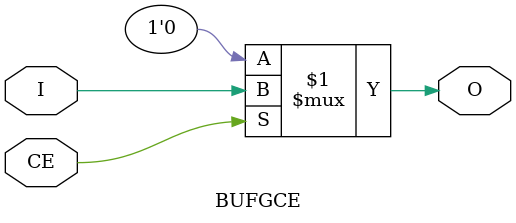
<source format=v>
module BUFGCE (
  output O,
  input CE,
  input I
);
  assign O = CE ? I : 1'b0;
endmodule
</source>
